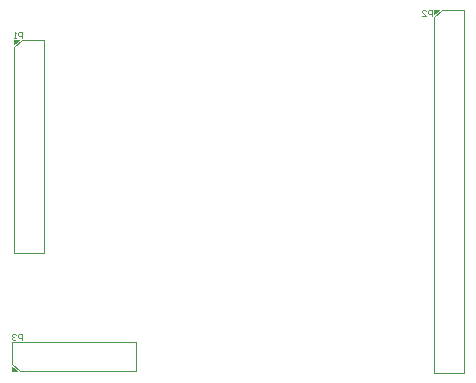
<source format=gbo>
G04*
G04 #@! TF.GenerationSoftware,Altium Limited,Altium Designer,22.6.1 (34)*
G04*
G04 Layer_Color=32896*
%FSLAX44Y44*%
%MOMM*%
G71*
G04*
G04 #@! TF.SameCoordinates,5A10DA5C-CD7F-47E8-AF5C-5331072B1CDA*
G04*
G04*
G04 #@! TF.FilePolarity,Positive*
G04*
G01*
G75*
%ADD14C,0.1000*%
G36*
X-333165Y-89075D02*
X-336975D01*
Y-85265D01*
X-333165Y-89075D01*
D02*
G37*
G36*
X-335275Y187815D02*
Y191625D01*
X-331465D01*
X-335275Y187815D01*
D02*
G37*
G36*
X20325Y213215D02*
Y217025D01*
X24135D01*
X20325Y213215D01*
D02*
G37*
D14*
Y-90775D02*
X45325D01*
X20325Y213215D02*
Y217025D01*
X24135D01*
X20325Y213215D02*
X24135Y217025D01*
X20325Y210675D02*
X26675Y217025D01*
X20325Y-90775D02*
Y210675D01*
X45325Y-90775D02*
Y217025D01*
X26675D02*
X45325D01*
X-335275Y10825D02*
X-310275D01*
X-328925Y191625D02*
X-310275D01*
Y10825D02*
Y191625D01*
X-335275Y10825D02*
Y185275D01*
X-328925Y191625D01*
X-335275Y187815D02*
X-331465Y191625D01*
X-335275D02*
X-331465D01*
X-335275Y187815D02*
Y191625D01*
X-232375Y-89075D02*
Y-64075D01*
X-336975Y-82725D02*
Y-64075D01*
X-232375D01*
X-330625Y-89075D02*
X-232375D01*
X-336975Y-82725D02*
X-330625Y-89075D01*
X-336975Y-85265D02*
X-333165Y-89075D01*
X-336975D02*
Y-85265D01*
Y-89075D02*
X-333165D01*
X-328843Y192776D02*
Y197774D01*
X-331342D01*
X-332175Y196941D01*
Y195275D01*
X-331342Y194442D01*
X-328843D01*
X-333841Y192776D02*
X-335507D01*
X-334674D01*
Y197774D01*
X-333841Y196941D01*
X18390Y212126D02*
Y217124D01*
X15891D01*
X15058Y216291D01*
Y214625D01*
X15891Y213792D01*
X18390D01*
X10060Y212126D02*
X13392D01*
X10060Y215458D01*
Y216291D01*
X10893Y217124D01*
X12559D01*
X13392Y216291D01*
X-329010Y-62724D02*
Y-57726D01*
X-331509D01*
X-332342Y-58559D01*
Y-60225D01*
X-331509Y-61058D01*
X-329010D01*
X-334008Y-58559D02*
X-334841Y-57726D01*
X-336507D01*
X-337340Y-58559D01*
Y-59392D01*
X-336507Y-60225D01*
X-335674D01*
X-336507D01*
X-337340Y-61058D01*
Y-61891D01*
X-336507Y-62724D01*
X-334841D01*
X-334008Y-61891D01*
M02*

</source>
